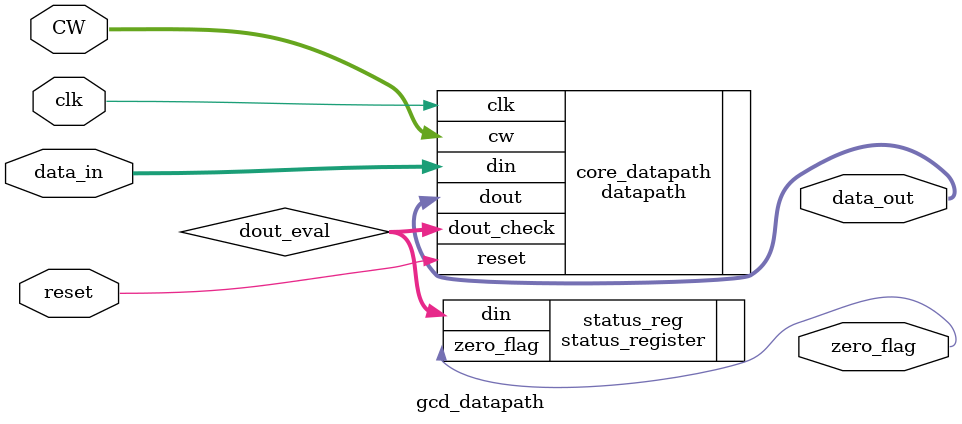
<source format=sv>
module gcd_datapath(input [7:0]data_in,
						  input clk,
						  input reset,
						  input [15:0]CW,
						  output zero_flag,
						  output [7:0]data_out
						  );
						  
						  
logic [7:0]dout_eval;
						  
datapath core_datapath(.din(data_in), .clk(clk), .reset(reset), .cw(CW), .dout_check(dout_eval), .dout(data_out));
status_register status_reg(.din(dout_eval), .zero_flag(zero_flag));

						  
endmodule
</source>
